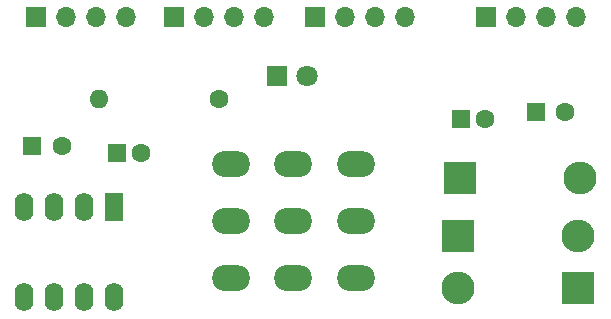
<source format=gbr>
G04 #@! TF.GenerationSoftware,KiCad,Pcbnew,7.0.11+dfsg-1build4*
G04 #@! TF.CreationDate,2026-02-13T01:43:53-05:00*
G04 #@! TF.ProjectId,stomp-chargepump,73746f6d-702d-4636-9861-72676570756d,rev?*
G04 #@! TF.SameCoordinates,Original*
G04 #@! TF.FileFunction,Soldermask,Bot*
G04 #@! TF.FilePolarity,Negative*
%FSLAX46Y46*%
G04 Gerber Fmt 4.6, Leading zero omitted, Abs format (unit mm)*
G04 Created by KiCad (PCBNEW 7.0.11+dfsg-1build4) date 2026-02-13 01:43:53*
%MOMM*%
%LPD*%
G01*
G04 APERTURE LIST*
%ADD10R,1.700000X1.700000*%
%ADD11O,1.700000X1.700000*%
%ADD12R,1.600000X1.600000*%
%ADD13C,1.600000*%
%ADD14R,1.600000X2.400000*%
%ADD15O,1.600000X2.400000*%
%ADD16R,2.800000X2.800000*%
%ADD17O,2.800000X2.800000*%
%ADD18R,1.800000X1.800000*%
%ADD19C,1.800000*%
%ADD20O,1.600000X1.600000*%
%ADD21O,3.203200X2.203200*%
G04 APERTURE END LIST*
D10*
X141400000Y-70400000D03*
D11*
X143940000Y-70400000D03*
X146480000Y-70400000D03*
X149020000Y-70400000D03*
D12*
X145617621Y-78400000D03*
D13*
X148117621Y-78400000D03*
D14*
X109900000Y-86475000D03*
D15*
X107360000Y-86475000D03*
X104820000Y-86475000D03*
X102280000Y-86475000D03*
X102280000Y-94095000D03*
X104820000Y-94095000D03*
X107360000Y-94095000D03*
X109900000Y-94095000D03*
D10*
X126920000Y-70400000D03*
D11*
X129460000Y-70400000D03*
X132000000Y-70400000D03*
X134540000Y-70400000D03*
D16*
X149225000Y-93345000D03*
D17*
X139065000Y-93345000D03*
D12*
X110169888Y-81915000D03*
D13*
X112169888Y-81915000D03*
D12*
X102957621Y-81280000D03*
D13*
X105457621Y-81280000D03*
D18*
X123725000Y-75400000D03*
D19*
X126265000Y-75400000D03*
D16*
X139065000Y-88900000D03*
D17*
X149225000Y-88900000D03*
D12*
X139300000Y-79000000D03*
D13*
X141300000Y-79000000D03*
D16*
X139220000Y-84000000D03*
D17*
X149380000Y-84000000D03*
D13*
X118760000Y-77300000D03*
D20*
X108600000Y-77300000D03*
D21*
X119796560Y-82831940D03*
X119796560Y-87630000D03*
X119796560Y-92428060D03*
X125095000Y-82831940D03*
X125095000Y-87630000D03*
X125095000Y-92428060D03*
X130393440Y-82831940D03*
X130393440Y-87630000D03*
X130393440Y-92428060D03*
D10*
X115020000Y-70400000D03*
D11*
X117560000Y-70400000D03*
X120100000Y-70400000D03*
X122640000Y-70400000D03*
D10*
X103280000Y-70400000D03*
D11*
X105820000Y-70400000D03*
X108360000Y-70400000D03*
X110900000Y-70400000D03*
M02*

</source>
